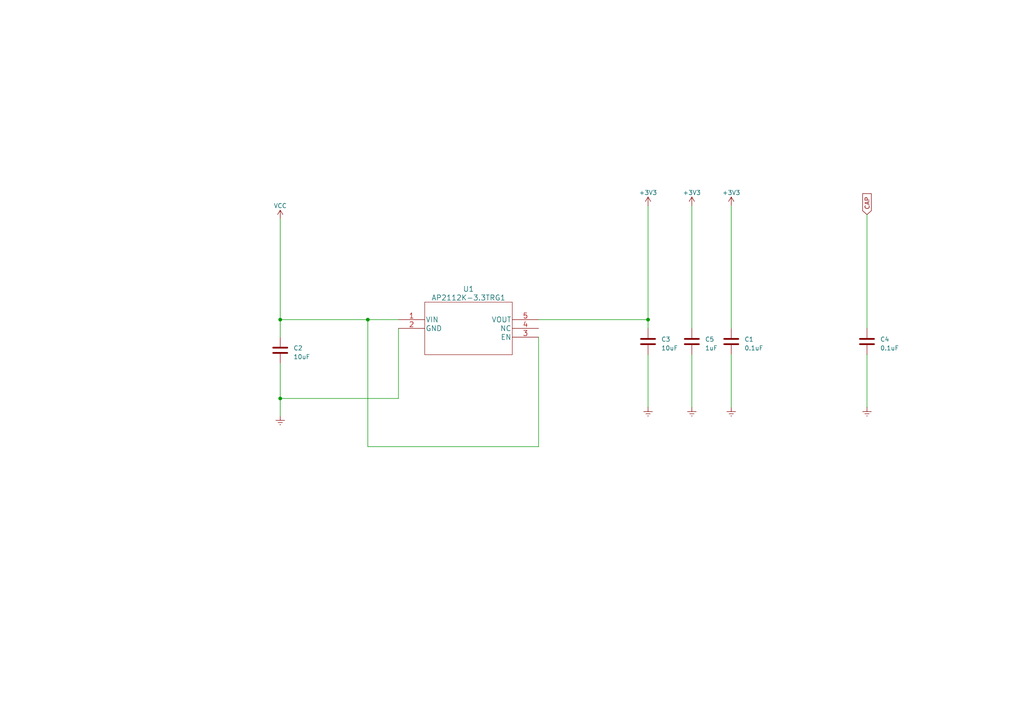
<source format=kicad_sch>
(kicad_sch (version 20230121) (generator eeschema)

  (uuid 735ecd6d-7403-4f33-9cf8-60fe8c0760c6)

  (paper "A4")

  (lib_symbols
    (symbol "AP2112K-3.3TRG1:AP2112K-3.3TRG1" (pin_names (offset 0.254)) (in_bom yes) (on_board yes)
      (property "Reference" "U" (at 20.32 10.16 0)
        (effects (font (size 1.524 1.524)))
      )
      (property "Value" "AP2112K-3.3TRG1" (at 20.32 7.62 0)
        (effects (font (size 1.524 1.524)))
      )
      (property "Footprint" "SOT_RG1_DIO" (at 20.32 6.096 0)
        (effects (font (size 1.524 1.524)) hide)
      )
      (property "Datasheet" "" (at 0 0 0)
        (effects (font (size 1.524 1.524)))
      )
      (property "ki_locked" "" (at 0 0 0)
        (effects (font (size 1.27 1.27)))
      )
      (property "ki_fp_filters" "SOT_RG1_DIO SOT_RG1_DIO-M SOT_RG1_DIO-L" (at 0 0 0)
        (effects (font (size 1.27 1.27)) hide)
      )
      (symbol "AP2112K-3.3TRG1_1_1"
        (polyline
          (pts
            (xy 7.62 -10.16)
            (xy 33.02 -10.16)
          )
          (stroke (width 0.127) (type solid))
          (fill (type none))
        )
        (polyline
          (pts
            (xy 7.62 5.08)
            (xy 7.62 -10.16)
          )
          (stroke (width 0.127) (type solid))
          (fill (type none))
        )
        (polyline
          (pts
            (xy 33.02 -10.16)
            (xy 33.02 5.08)
          )
          (stroke (width 0.127) (type solid))
          (fill (type none))
        )
        (polyline
          (pts
            (xy 33.02 5.08)
            (xy 7.62 5.08)
          )
          (stroke (width 0.127) (type solid))
          (fill (type none))
        )
        (pin unspecified line (at 0 0 0) (length 7.62)
          (name "VIN" (effects (font (size 1.4986 1.4986))))
          (number "1" (effects (font (size 1.4986 1.4986))))
        )
        (pin unspecified line (at 0 -2.54 0) (length 7.62)
          (name "GND" (effects (font (size 1.4986 1.4986))))
          (number "2" (effects (font (size 1.4986 1.4986))))
        )
        (pin unspecified line (at 40.64 -5.08 180) (length 7.62)
          (name "EN" (effects (font (size 1.4986 1.4986))))
          (number "3" (effects (font (size 1.4986 1.4986))))
        )
        (pin unspecified line (at 40.64 -2.54 180) (length 7.62)
          (name "NC" (effects (font (size 1.4986 1.4986))))
          (number "4" (effects (font (size 1.4986 1.4986))))
        )
        (pin unspecified line (at 40.64 0 180) (length 7.62)
          (name "VOUT" (effects (font (size 1.4986 1.4986))))
          (number "5" (effects (font (size 1.4986 1.4986))))
        )
      )
    )
    (symbol "Device:C" (pin_numbers hide) (pin_names (offset 0.254)) (in_bom yes) (on_board yes)
      (property "Reference" "C" (at 0.635 2.54 0)
        (effects (font (size 1.27 1.27)) (justify left))
      )
      (property "Value" "C" (at 0.635 -2.54 0)
        (effects (font (size 1.27 1.27)) (justify left))
      )
      (property "Footprint" "" (at 0.9652 -3.81 0)
        (effects (font (size 1.27 1.27)) hide)
      )
      (property "Datasheet" "~" (at 0 0 0)
        (effects (font (size 1.27 1.27)) hide)
      )
      (property "ki_keywords" "cap capacitor" (at 0 0 0)
        (effects (font (size 1.27 1.27)) hide)
      )
      (property "ki_description" "Unpolarized capacitor" (at 0 0 0)
        (effects (font (size 1.27 1.27)) hide)
      )
      (property "ki_fp_filters" "C_*" (at 0 0 0)
        (effects (font (size 1.27 1.27)) hide)
      )
      (symbol "C_0_1"
        (polyline
          (pts
            (xy -2.032 -0.762)
            (xy 2.032 -0.762)
          )
          (stroke (width 0.508) (type default))
          (fill (type none))
        )
        (polyline
          (pts
            (xy -2.032 0.762)
            (xy 2.032 0.762)
          )
          (stroke (width 0.508) (type default))
          (fill (type none))
        )
      )
      (symbol "C_1_1"
        (pin passive line (at 0 3.81 270) (length 2.794)
          (name "~" (effects (font (size 1.27 1.27))))
          (number "1" (effects (font (size 1.27 1.27))))
        )
        (pin passive line (at 0 -3.81 90) (length 2.794)
          (name "~" (effects (font (size 1.27 1.27))))
          (number "2" (effects (font (size 1.27 1.27))))
        )
      )
    )
    (symbol "power:+3V3" (power) (pin_names (offset 0)) (in_bom yes) (on_board yes)
      (property "Reference" "#PWR" (at 0 -3.81 0)
        (effects (font (size 1.27 1.27)) hide)
      )
      (property "Value" "+3V3" (at 0 3.556 0)
        (effects (font (size 1.27 1.27)))
      )
      (property "Footprint" "" (at 0 0 0)
        (effects (font (size 1.27 1.27)) hide)
      )
      (property "Datasheet" "" (at 0 0 0)
        (effects (font (size 1.27 1.27)) hide)
      )
      (property "ki_keywords" "global power" (at 0 0 0)
        (effects (font (size 1.27 1.27)) hide)
      )
      (property "ki_description" "Power symbol creates a global label with name \"+3V3\"" (at 0 0 0)
        (effects (font (size 1.27 1.27)) hide)
      )
      (symbol "+3V3_0_1"
        (polyline
          (pts
            (xy -0.762 1.27)
            (xy 0 2.54)
          )
          (stroke (width 0) (type default))
          (fill (type none))
        )
        (polyline
          (pts
            (xy 0 0)
            (xy 0 2.54)
          )
          (stroke (width 0) (type default))
          (fill (type none))
        )
        (polyline
          (pts
            (xy 0 2.54)
            (xy 0.762 1.27)
          )
          (stroke (width 0) (type default))
          (fill (type none))
        )
      )
      (symbol "+3V3_1_1"
        (pin power_in line (at 0 0 90) (length 0) hide
          (name "+3V3" (effects (font (size 1.27 1.27))))
          (number "1" (effects (font (size 1.27 1.27))))
        )
      )
    )
    (symbol "power:Earth" (power) (pin_names (offset 0)) (in_bom yes) (on_board yes)
      (property "Reference" "#PWR" (at 0 -6.35 0)
        (effects (font (size 1.27 1.27)) hide)
      )
      (property "Value" "Earth" (at 0 -3.81 0)
        (effects (font (size 1.27 1.27)) hide)
      )
      (property "Footprint" "" (at 0 0 0)
        (effects (font (size 1.27 1.27)) hide)
      )
      (property "Datasheet" "~" (at 0 0 0)
        (effects (font (size 1.27 1.27)) hide)
      )
      (property "ki_keywords" "global ground gnd" (at 0 0 0)
        (effects (font (size 1.27 1.27)) hide)
      )
      (property "ki_description" "Power symbol creates a global label with name \"Earth\"" (at 0 0 0)
        (effects (font (size 1.27 1.27)) hide)
      )
      (symbol "Earth_0_1"
        (polyline
          (pts
            (xy -0.635 -1.905)
            (xy 0.635 -1.905)
          )
          (stroke (width 0) (type default))
          (fill (type none))
        )
        (polyline
          (pts
            (xy -0.127 -2.54)
            (xy 0.127 -2.54)
          )
          (stroke (width 0) (type default))
          (fill (type none))
        )
        (polyline
          (pts
            (xy 0 -1.27)
            (xy 0 0)
          )
          (stroke (width 0) (type default))
          (fill (type none))
        )
        (polyline
          (pts
            (xy 1.27 -1.27)
            (xy -1.27 -1.27)
          )
          (stroke (width 0) (type default))
          (fill (type none))
        )
      )
      (symbol "Earth_1_1"
        (pin power_in line (at 0 0 270) (length 0) hide
          (name "Earth" (effects (font (size 1.27 1.27))))
          (number "1" (effects (font (size 1.27 1.27))))
        )
      )
    )
    (symbol "power:VCC" (power) (pin_names (offset 0)) (in_bom yes) (on_board yes)
      (property "Reference" "#PWR" (at 0 -3.81 0)
        (effects (font (size 1.27 1.27)) hide)
      )
      (property "Value" "VCC" (at 0 3.81 0)
        (effects (font (size 1.27 1.27)))
      )
      (property "Footprint" "" (at 0 0 0)
        (effects (font (size 1.27 1.27)) hide)
      )
      (property "Datasheet" "" (at 0 0 0)
        (effects (font (size 1.27 1.27)) hide)
      )
      (property "ki_keywords" "global power" (at 0 0 0)
        (effects (font (size 1.27 1.27)) hide)
      )
      (property "ki_description" "Power symbol creates a global label with name \"VCC\"" (at 0 0 0)
        (effects (font (size 1.27 1.27)) hide)
      )
      (symbol "VCC_0_1"
        (polyline
          (pts
            (xy -0.762 1.27)
            (xy 0 2.54)
          )
          (stroke (width 0) (type default))
          (fill (type none))
        )
        (polyline
          (pts
            (xy 0 0)
            (xy 0 2.54)
          )
          (stroke (width 0) (type default))
          (fill (type none))
        )
        (polyline
          (pts
            (xy 0 2.54)
            (xy 0.762 1.27)
          )
          (stroke (width 0) (type default))
          (fill (type none))
        )
      )
      (symbol "VCC_1_1"
        (pin power_in line (at 0 0 90) (length 0) hide
          (name "VCC" (effects (font (size 1.27 1.27))))
          (number "1" (effects (font (size 1.27 1.27))))
        )
      )
    )
  )

  (junction (at 81.28 115.57) (diameter 0) (color 0 0 0 0)
    (uuid 269ddac4-c346-42fb-82dc-bddebab819de)
  )
  (junction (at 81.28 92.71) (diameter 0) (color 0 0 0 0)
    (uuid 65294d72-c11d-4a09-a6e3-7bb97f38b1e2)
  )
  (junction (at 187.96 92.71) (diameter 0) (color 0 0 0 0)
    (uuid b6bd48e6-9094-4d48-ba37-34582098dd17)
  )
  (junction (at 106.68 92.71) (diameter 0) (color 0 0 0 0)
    (uuid c5a38dbe-23a9-4123-925b-e5dbc012d19e)
  )

  (wire (pts (xy 200.66 59.69) (xy 200.66 95.25))
    (stroke (width 0) (type default))
    (uuid 0db7e3a4-628c-4e59-9d4a-e14c6c76d3b6)
  )
  (wire (pts (xy 156.21 92.71) (xy 187.96 92.71))
    (stroke (width 0) (type default))
    (uuid 0e6da2df-1a8f-4a36-9040-7324c971490c)
  )
  (wire (pts (xy 187.96 102.87) (xy 187.96 118.11))
    (stroke (width 0) (type default))
    (uuid 143c74e8-1ec8-4419-8cfd-2d31578b96ba)
  )
  (wire (pts (xy 187.96 59.69) (xy 187.96 92.71))
    (stroke (width 0) (type default))
    (uuid 1747894b-269d-4ade-9bda-7417d7083c1e)
  )
  (wire (pts (xy 251.46 102.87) (xy 251.46 118.11))
    (stroke (width 0) (type default))
    (uuid 22c33dde-fc7e-4452-8e30-82e398881b22)
  )
  (wire (pts (xy 251.46 62.23) (xy 251.46 95.25))
    (stroke (width 0) (type default))
    (uuid 302fa847-1866-46d9-800e-503d86167ddf)
  )
  (wire (pts (xy 212.09 102.87) (xy 212.09 118.11))
    (stroke (width 0) (type default))
    (uuid 318ff917-29fe-4437-97d2-1d9e3130a07a)
  )
  (wire (pts (xy 81.28 115.57) (xy 115.57 115.57))
    (stroke (width 0) (type default))
    (uuid 36d2b77b-233a-423c-89fd-876f230c43f3)
  )
  (wire (pts (xy 187.96 92.71) (xy 187.96 95.25))
    (stroke (width 0) (type default))
    (uuid 49aa8b6a-b3eb-4d29-b8bc-3f40e4a099aa)
  )
  (wire (pts (xy 81.28 115.57) (xy 81.28 120.65))
    (stroke (width 0) (type default))
    (uuid 57e1ae32-f201-4fdc-bc89-6d1b4ecc232b)
  )
  (wire (pts (xy 106.68 92.71) (xy 115.57 92.71))
    (stroke (width 0) (type default))
    (uuid 593a8499-9162-451d-ab02-5e0d1cc8c28b)
  )
  (wire (pts (xy 81.28 63.5) (xy 81.28 92.71))
    (stroke (width 0) (type default))
    (uuid 744fe0fb-edf8-4006-9610-c328c272690f)
  )
  (wire (pts (xy 200.66 102.87) (xy 200.66 118.11))
    (stroke (width 0) (type default))
    (uuid 7842d3e0-0966-49ed-81b0-75958f40d5d1)
  )
  (wire (pts (xy 81.28 92.71) (xy 81.28 97.79))
    (stroke (width 0) (type default))
    (uuid 85a259cd-c0ee-4309-840b-13f1ed0a1611)
  )
  (wire (pts (xy 156.21 97.79) (xy 156.21 129.54))
    (stroke (width 0) (type default))
    (uuid 9699d624-1c29-4f9f-8bdd-d4ffb67fb604)
  )
  (wire (pts (xy 115.57 95.25) (xy 115.57 115.57))
    (stroke (width 0) (type default))
    (uuid ab2e3751-eac3-4b10-b10e-3f5d02364a48)
  )
  (wire (pts (xy 106.68 129.54) (xy 106.68 92.71))
    (stroke (width 0) (type default))
    (uuid bae7dacb-5a2b-43ad-b81c-59c69e0d03db)
  )
  (wire (pts (xy 81.28 105.41) (xy 81.28 115.57))
    (stroke (width 0) (type default))
    (uuid c87ff87c-9d41-46ce-a2eb-8ebe0d61ba45)
  )
  (wire (pts (xy 212.09 59.69) (xy 212.09 95.25))
    (stroke (width 0) (type default))
    (uuid dcbc6884-0101-43bb-9cea-694d43c59630)
  )
  (wire (pts (xy 81.28 92.71) (xy 106.68 92.71))
    (stroke (width 0) (type default))
    (uuid ddca3e1d-c745-4ab5-b134-96ab2b9b8100)
  )
  (wire (pts (xy 156.21 129.54) (xy 106.68 129.54))
    (stroke (width 0) (type default))
    (uuid f967cb47-6e55-45cd-b5a8-480668d0710a)
  )

  (global_label "CAP" (shape input) (at 251.46 62.23 90) (fields_autoplaced)
    (effects (font (size 1.27 1.27)) (justify left))
    (uuid 49790fcc-c854-4526-98e5-7d43f4089828)
    (property "Intersheetrefs" "${INTERSHEET_REFS}" (at 251.46 55.6956 90)
      (effects (font (size 1.27 1.27)) (justify left) hide)
    )
  )

  (symbol (lib_id "Device:C") (at 200.66 99.06 0) (unit 1)
    (in_bom yes) (on_board yes) (dnp no) (fields_autoplaced)
    (uuid 06796689-a23b-4768-a86c-f5cdb719f8b9)
    (property "Reference" "C5" (at 204.47 98.425 0)
      (effects (font (size 1.27 1.27)) (justify left))
    )
    (property "Value" "1uF" (at 204.47 100.965 0)
      (effects (font (size 1.27 1.27)) (justify left))
    )
    (property "Footprint" "" (at 201.6252 102.87 0)
      (effects (font (size 1.27 1.27)) hide)
    )
    (property "Datasheet" "~" (at 200.66 99.06 0)
      (effects (font (size 1.27 1.27)) hide)
    )
    (pin "1" (uuid 79d18b6d-3fc2-4231-95cb-040a882d7d3f))
    (pin "2" (uuid 0a9c6089-d268-4f13-998e-e5d5e73128f0))
    (instances
      (project "LIS3MDLTR"
        (path "/fb6b7f0d-3cc5-472e-a492-e6734d135467/f83b954e-001a-47d7-9f94-6dec77cc7273"
          (reference "C5") (unit 1)
        )
      )
    )
  )

  (symbol (lib_id "power:+3V3") (at 212.09 59.69 0) (unit 1)
    (in_bom yes) (on_board yes) (dnp no) (fields_autoplaced)
    (uuid 18bf0622-889b-412c-8e31-2a4aec9c40fd)
    (property "Reference" "#PWR04" (at 212.09 63.5 0)
      (effects (font (size 1.27 1.27)) hide)
    )
    (property "Value" "+3V3" (at 212.09 55.88 0)
      (effects (font (size 1.27 1.27)))
    )
    (property "Footprint" "" (at 212.09 59.69 0)
      (effects (font (size 1.27 1.27)) hide)
    )
    (property "Datasheet" "" (at 212.09 59.69 0)
      (effects (font (size 1.27 1.27)) hide)
    )
    (pin "1" (uuid 1da4864b-79d1-436e-babb-0f1fb41d11c5))
    (instances
      (project "LIS3MDLTR"
        (path "/fb6b7f0d-3cc5-472e-a492-e6734d135467/f83b954e-001a-47d7-9f94-6dec77cc7273"
          (reference "#PWR04") (unit 1)
        )
      )
    )
  )

  (symbol (lib_id "power:Earth") (at 81.28 120.65 0) (unit 1)
    (in_bom yes) (on_board yes) (dnp no) (fields_autoplaced)
    (uuid 3ad17899-690b-4dd8-87d7-11dd13240721)
    (property "Reference" "#PWR05" (at 81.28 127 0)
      (effects (font (size 1.27 1.27)) hide)
    )
    (property "Value" "Earth" (at 81.28 124.46 0)
      (effects (font (size 1.27 1.27)) hide)
    )
    (property "Footprint" "" (at 81.28 120.65 0)
      (effects (font (size 1.27 1.27)) hide)
    )
    (property "Datasheet" "~" (at 81.28 120.65 0)
      (effects (font (size 1.27 1.27)) hide)
    )
    (pin "1" (uuid 1a57f852-aee4-4564-9e23-4dceefb37f9f))
    (instances
      (project "LIS3MDLTR"
        (path "/fb6b7f0d-3cc5-472e-a492-e6734d135467/f83b954e-001a-47d7-9f94-6dec77cc7273"
          (reference "#PWR05") (unit 1)
        )
      )
    )
  )

  (symbol (lib_id "power:+3V3") (at 200.66 59.69 0) (unit 1)
    (in_bom yes) (on_board yes) (dnp no) (fields_autoplaced)
    (uuid 4ac81193-6f1f-45b0-859d-3a308e963de5)
    (property "Reference" "#PWR03" (at 200.66 63.5 0)
      (effects (font (size 1.27 1.27)) hide)
    )
    (property "Value" "+3V3" (at 200.66 55.88 0)
      (effects (font (size 1.27 1.27)))
    )
    (property "Footprint" "" (at 200.66 59.69 0)
      (effects (font (size 1.27 1.27)) hide)
    )
    (property "Datasheet" "" (at 200.66 59.69 0)
      (effects (font (size 1.27 1.27)) hide)
    )
    (pin "1" (uuid 7267360a-3ea9-47ee-bded-18ee398b605c))
    (instances
      (project "LIS3MDLTR"
        (path "/fb6b7f0d-3cc5-472e-a492-e6734d135467/f83b954e-001a-47d7-9f94-6dec77cc7273"
          (reference "#PWR03") (unit 1)
        )
      )
    )
  )

  (symbol (lib_id "Device:C") (at 81.28 101.6 0) (unit 1)
    (in_bom yes) (on_board yes) (dnp no) (fields_autoplaced)
    (uuid 614406bb-47b2-41f3-b39d-068ac1f52f6f)
    (property "Reference" "C2" (at 85.09 100.965 0)
      (effects (font (size 1.27 1.27)) (justify left))
    )
    (property "Value" "10uF" (at 85.09 103.505 0)
      (effects (font (size 1.27 1.27)) (justify left))
    )
    (property "Footprint" "" (at 82.2452 105.41 0)
      (effects (font (size 1.27 1.27)) hide)
    )
    (property "Datasheet" "~" (at 81.28 101.6 0)
      (effects (font (size 1.27 1.27)) hide)
    )
    (pin "1" (uuid 94027848-0d6f-4b5d-bec8-5cbfb873887a))
    (pin "2" (uuid 8c7a293e-4d98-4c24-9fdf-cf55680dd44e))
    (instances
      (project "LIS3MDLTR"
        (path "/fb6b7f0d-3cc5-472e-a492-e6734d135467/f83b954e-001a-47d7-9f94-6dec77cc7273"
          (reference "C2") (unit 1)
        )
      )
    )
  )

  (symbol (lib_id "AP2112K-3.3TRG1:AP2112K-3.3TRG1") (at 115.57 92.71 0) (unit 1)
    (in_bom yes) (on_board yes) (dnp no) (fields_autoplaced)
    (uuid 7f8bb02b-8c06-461e-96e5-3bed75b254f5)
    (property "Reference" "U1" (at 135.89 83.82 0)
      (effects (font (size 1.524 1.524)))
    )
    (property "Value" "AP2112K-3.3TRG1" (at 135.89 86.36 0)
      (effects (font (size 1.524 1.524)))
    )
    (property "Footprint" "SOT_RG1_DIO" (at 135.89 86.614 0)
      (effects (font (size 1.524 1.524)) hide)
    )
    (property "Datasheet" "" (at 115.57 92.71 0)
      (effects (font (size 1.524 1.524)))
    )
    (pin "1" (uuid 8e632b76-4226-43e0-8c20-d5e2e4bcc29f))
    (pin "2" (uuid c68e298c-bdfc-4193-a882-749ff8ab340d))
    (pin "3" (uuid 46af01f3-b4d5-4927-b9da-56bab22770e6))
    (pin "4" (uuid a109e789-a4eb-4b82-9db2-62a4b88df089))
    (pin "5" (uuid 2b34cf19-350e-4e5c-a3bb-fc5e998b8e7b))
    (instances
      (project "LIS3MDLTR"
        (path "/fb6b7f0d-3cc5-472e-a492-e6734d135467/f83b954e-001a-47d7-9f94-6dec77cc7273"
          (reference "U1") (unit 1)
        )
      )
    )
  )

  (symbol (lib_id "power:Earth") (at 251.46 118.11 0) (unit 1)
    (in_bom yes) (on_board yes) (dnp no) (fields_autoplaced)
    (uuid 9ce8ff3d-824c-46a3-9de5-33bc9198b67a)
    (property "Reference" "#PWR09" (at 251.46 124.46 0)
      (effects (font (size 1.27 1.27)) hide)
    )
    (property "Value" "Earth" (at 251.46 121.92 0)
      (effects (font (size 1.27 1.27)) hide)
    )
    (property "Footprint" "" (at 251.46 118.11 0)
      (effects (font (size 1.27 1.27)) hide)
    )
    (property "Datasheet" "~" (at 251.46 118.11 0)
      (effects (font (size 1.27 1.27)) hide)
    )
    (pin "1" (uuid 95d09e59-5588-4124-8413-72bea3bf05ed))
    (instances
      (project "LIS3MDLTR"
        (path "/fb6b7f0d-3cc5-472e-a492-e6734d135467/f83b954e-001a-47d7-9f94-6dec77cc7273"
          (reference "#PWR09") (unit 1)
        )
      )
    )
  )

  (symbol (lib_id "Device:C") (at 212.09 99.06 0) (unit 1)
    (in_bom yes) (on_board yes) (dnp no) (fields_autoplaced)
    (uuid a13d8dc1-9fbb-4afd-b5b6-22c94a52af33)
    (property "Reference" "C1" (at 215.9 98.425 0)
      (effects (font (size 1.27 1.27)) (justify left))
    )
    (property "Value" "0.1uF" (at 215.9 100.965 0)
      (effects (font (size 1.27 1.27)) (justify left))
    )
    (property "Footprint" "" (at 213.0552 102.87 0)
      (effects (font (size 1.27 1.27)) hide)
    )
    (property "Datasheet" "~" (at 212.09 99.06 0)
      (effects (font (size 1.27 1.27)) hide)
    )
    (pin "1" (uuid 3d50e4b4-d2d2-4297-92f8-38c6e3a5149f))
    (pin "2" (uuid a958f124-629b-4b56-aea2-ee2f374e7e07))
    (instances
      (project "LIS3MDLTR"
        (path "/fb6b7f0d-3cc5-472e-a492-e6734d135467/f83b954e-001a-47d7-9f94-6dec77cc7273"
          (reference "C1") (unit 1)
        )
      )
    )
  )

  (symbol (lib_id "power:VCC") (at 81.28 63.5 0) (unit 1)
    (in_bom yes) (on_board yes) (dnp no) (fields_autoplaced)
    (uuid c4ef85ad-6474-4a70-a892-c68d89aa7758)
    (property "Reference" "#PWR01" (at 81.28 67.31 0)
      (effects (font (size 1.27 1.27)) hide)
    )
    (property "Value" "VCC" (at 81.28 59.69 0)
      (effects (font (size 1.27 1.27)))
    )
    (property "Footprint" "" (at 81.28 63.5 0)
      (effects (font (size 1.27 1.27)) hide)
    )
    (property "Datasheet" "" (at 81.28 63.5 0)
      (effects (font (size 1.27 1.27)) hide)
    )
    (pin "1" (uuid c4564955-fe84-46c3-a4f4-0f4cfef4ba0d))
    (instances
      (project "LIS3MDLTR"
        (path "/fb6b7f0d-3cc5-472e-a492-e6734d135467/f83b954e-001a-47d7-9f94-6dec77cc7273"
          (reference "#PWR01") (unit 1)
        )
      )
    )
  )

  (symbol (lib_id "power:Earth") (at 200.66 118.11 0) (unit 1)
    (in_bom yes) (on_board yes) (dnp no) (fields_autoplaced)
    (uuid c7279212-13d9-45d5-bc2c-4703a4ff7486)
    (property "Reference" "#PWR07" (at 200.66 124.46 0)
      (effects (font (size 1.27 1.27)) hide)
    )
    (property "Value" "Earth" (at 200.66 121.92 0)
      (effects (font (size 1.27 1.27)) hide)
    )
    (property "Footprint" "" (at 200.66 118.11 0)
      (effects (font (size 1.27 1.27)) hide)
    )
    (property "Datasheet" "~" (at 200.66 118.11 0)
      (effects (font (size 1.27 1.27)) hide)
    )
    (pin "1" (uuid d1d37a45-bdb5-4448-b223-4f93f6205b83))
    (instances
      (project "LIS3MDLTR"
        (path "/fb6b7f0d-3cc5-472e-a492-e6734d135467/f83b954e-001a-47d7-9f94-6dec77cc7273"
          (reference "#PWR07") (unit 1)
        )
      )
    )
  )

  (symbol (lib_id "power:Earth") (at 212.09 118.11 0) (unit 1)
    (in_bom yes) (on_board yes) (dnp no) (fields_autoplaced)
    (uuid ccf9a208-f279-4d2c-8f67-9e43f717eecf)
    (property "Reference" "#PWR08" (at 212.09 124.46 0)
      (effects (font (size 1.27 1.27)) hide)
    )
    (property "Value" "Earth" (at 212.09 121.92 0)
      (effects (font (size 1.27 1.27)) hide)
    )
    (property "Footprint" "" (at 212.09 118.11 0)
      (effects (font (size 1.27 1.27)) hide)
    )
    (property "Datasheet" "~" (at 212.09 118.11 0)
      (effects (font (size 1.27 1.27)) hide)
    )
    (pin "1" (uuid 7efad03d-fde1-420b-8bb2-44b08ad26236))
    (instances
      (project "LIS3MDLTR"
        (path "/fb6b7f0d-3cc5-472e-a492-e6734d135467/f83b954e-001a-47d7-9f94-6dec77cc7273"
          (reference "#PWR08") (unit 1)
        )
      )
    )
  )

  (symbol (lib_id "power:Earth") (at 187.96 118.11 0) (unit 1)
    (in_bom yes) (on_board yes) (dnp no) (fields_autoplaced)
    (uuid e3298036-092c-4381-a67f-8656f71b364e)
    (property "Reference" "#PWR06" (at 187.96 124.46 0)
      (effects (font (size 1.27 1.27)) hide)
    )
    (property "Value" "Earth" (at 187.96 121.92 0)
      (effects (font (size 1.27 1.27)) hide)
    )
    (property "Footprint" "" (at 187.96 118.11 0)
      (effects (font (size 1.27 1.27)) hide)
    )
    (property "Datasheet" "~" (at 187.96 118.11 0)
      (effects (font (size 1.27 1.27)) hide)
    )
    (pin "1" (uuid e309b3e4-ae77-4ba1-9666-b34859b0dad0))
    (instances
      (project "LIS3MDLTR"
        (path "/fb6b7f0d-3cc5-472e-a492-e6734d135467/f83b954e-001a-47d7-9f94-6dec77cc7273"
          (reference "#PWR06") (unit 1)
        )
      )
    )
  )

  (symbol (lib_id "Device:C") (at 251.46 99.06 0) (unit 1)
    (in_bom yes) (on_board yes) (dnp no) (fields_autoplaced)
    (uuid e41e1bfe-dc6c-40cf-8dc9-8e347419a219)
    (property "Reference" "C4" (at 255.27 98.425 0)
      (effects (font (size 1.27 1.27)) (justify left))
    )
    (property "Value" "0.1uF" (at 255.27 100.965 0)
      (effects (font (size 1.27 1.27)) (justify left))
    )
    (property "Footprint" "" (at 252.4252 102.87 0)
      (effects (font (size 1.27 1.27)) hide)
    )
    (property "Datasheet" "~" (at 251.46 99.06 0)
      (effects (font (size 1.27 1.27)) hide)
    )
    (pin "1" (uuid 91993355-7b65-4873-8905-777c17f173f7))
    (pin "2" (uuid c22e5399-201a-4284-abc8-6d2259a4d8f0))
    (instances
      (project "LIS3MDLTR"
        (path "/fb6b7f0d-3cc5-472e-a492-e6734d135467/f83b954e-001a-47d7-9f94-6dec77cc7273"
          (reference "C4") (unit 1)
        )
      )
    )
  )

  (symbol (lib_id "power:+3V3") (at 187.96 59.69 0) (unit 1)
    (in_bom yes) (on_board yes) (dnp no) (fields_autoplaced)
    (uuid f95e898e-0e29-49f4-aa1e-5f2ef86c223f)
    (property "Reference" "#PWR02" (at 187.96 63.5 0)
      (effects (font (size 1.27 1.27)) hide)
    )
    (property "Value" "+3V3" (at 187.96 55.88 0)
      (effects (font (size 1.27 1.27)))
    )
    (property "Footprint" "" (at 187.96 59.69 0)
      (effects (font (size 1.27 1.27)) hide)
    )
    (property "Datasheet" "" (at 187.96 59.69 0)
      (effects (font (size 1.27 1.27)) hide)
    )
    (pin "1" (uuid 5d00de0d-818a-42e1-bd0c-bb6aae19fd25))
    (instances
      (project "LIS3MDLTR"
        (path "/fb6b7f0d-3cc5-472e-a492-e6734d135467/f83b954e-001a-47d7-9f94-6dec77cc7273"
          (reference "#PWR02") (unit 1)
        )
      )
    )
  )

  (symbol (lib_id "Device:C") (at 187.96 99.06 0) (unit 1)
    (in_bom yes) (on_board yes) (dnp no) (fields_autoplaced)
    (uuid f9d199fe-51dd-4727-9723-f3b41580294c)
    (property "Reference" "C3" (at 191.77 98.425 0)
      (effects (font (size 1.27 1.27)) (justify left))
    )
    (property "Value" "10uF" (at 191.77 100.965 0)
      (effects (font (size 1.27 1.27)) (justify left))
    )
    (property "Footprint" "" (at 188.9252 102.87 0)
      (effects (font (size 1.27 1.27)) hide)
    )
    (property "Datasheet" "~" (at 187.96 99.06 0)
      (effects (font (size 1.27 1.27)) hide)
    )
    (pin "1" (uuid 4d4b28b0-2ac8-4e34-ba48-21e4688239bc))
    (pin "2" (uuid faecc533-dfc5-4906-aca3-a825a581bfb4))
    (instances
      (project "LIS3MDLTR"
        (path "/fb6b7f0d-3cc5-472e-a492-e6734d135467/f83b954e-001a-47d7-9f94-6dec77cc7273"
          (reference "C3") (unit 1)
        )
      )
    )
  )
)

</source>
